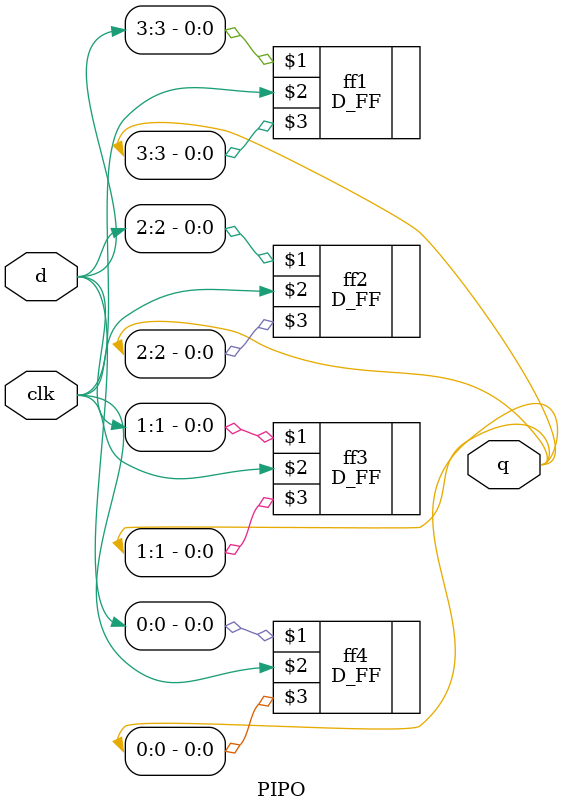
<source format=v>
`timescale 1ns / 1ps

// Author      : Venu Pabbuleti 
// ID          : N180116
//Branch       : ECE
//Project Name : RTL design using Verilog
//Design  Name : PARALLEL IN PARALLEL OUT[PIPO] SHIFT REGISTER
//Module  Name : PIPO
//RGUKT NUZVID 
//////////////////////////////////////////////////////////////////////////////////


module PIPO(clk,d,q);
input clk;
input [3:0]d;
output [3:0]q;
D_FF ff1(d[3], clk, q[3]);
D_FF ff2(d[2], clk, q[2]);
D_FF ff3(d[1], clk, q[1]);
D_FF ff4(d[0], clk, q[0]);
endmodule

</source>
